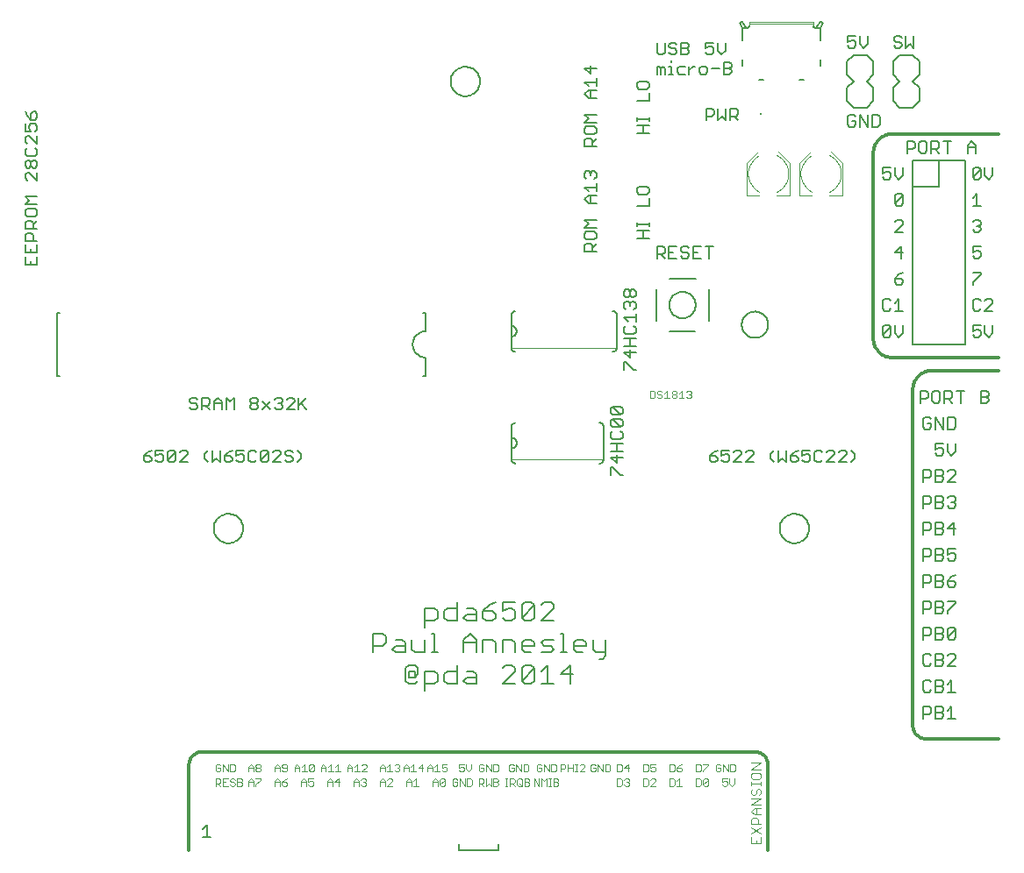
<source format=gto>
G75*
%MOIN*%
%OFA0B0*%
%FSLAX24Y24*%
%IPPOS*%
%LPD*%
%AMOC8*
5,1,8,0,0,1.08239X$1,22.5*
%
%ADD10C,0.0020*%
%ADD11C,0.0050*%
%ADD12C,0.0030*%
%ADD13C,0.0120*%
%ADD14C,0.0040*%
%ADD15C,0.0080*%
%ADD16C,0.0060*%
%ADD17R,0.0079X0.0079*%
D10*
X014076Y006124D02*
X014076Y006404D01*
X014216Y006404D01*
X014263Y006357D01*
X014263Y006264D01*
X014216Y006217D01*
X014076Y006217D01*
X014169Y006217D02*
X014263Y006124D01*
X014352Y006124D02*
X014539Y006124D01*
X014628Y006170D02*
X014675Y006124D01*
X014768Y006124D01*
X014815Y006170D01*
X014815Y006217D01*
X014768Y006264D01*
X014675Y006264D01*
X014628Y006310D01*
X014628Y006357D01*
X014675Y006404D01*
X014768Y006404D01*
X014815Y006357D01*
X014904Y006404D02*
X014904Y006124D01*
X015045Y006124D01*
X015091Y006170D01*
X015091Y006217D01*
X015045Y006264D01*
X014904Y006264D01*
X014904Y006404D02*
X015045Y006404D01*
X015091Y006357D01*
X015091Y006310D01*
X015045Y006264D01*
X015326Y006264D02*
X015513Y006264D01*
X015513Y006310D02*
X015513Y006124D01*
X015602Y006124D02*
X015602Y006170D01*
X015789Y006357D01*
X015789Y006404D01*
X015602Y006404D01*
X015513Y006310D02*
X015419Y006404D01*
X015326Y006310D01*
X015326Y006124D01*
X015326Y006674D02*
X015326Y006860D01*
X015419Y006954D01*
X015513Y006860D01*
X015513Y006674D01*
X015602Y006720D02*
X015602Y006767D01*
X015649Y006814D01*
X015742Y006814D01*
X015789Y006767D01*
X015789Y006720D01*
X015742Y006674D01*
X015649Y006674D01*
X015602Y006720D01*
X015649Y006814D02*
X015602Y006860D01*
X015602Y006907D01*
X015649Y006954D01*
X015742Y006954D01*
X015789Y006907D01*
X015789Y006860D01*
X015742Y006814D01*
X015513Y006814D02*
X015326Y006814D01*
X014815Y006720D02*
X014815Y006907D01*
X014768Y006954D01*
X014628Y006954D01*
X014628Y006674D01*
X014768Y006674D01*
X014815Y006720D01*
X014539Y006674D02*
X014539Y006954D01*
X014352Y006954D02*
X014539Y006674D01*
X014352Y006674D02*
X014352Y006954D01*
X014263Y006907D02*
X014216Y006954D01*
X014122Y006954D01*
X014076Y006907D01*
X014076Y006720D01*
X014122Y006674D01*
X014216Y006674D01*
X014263Y006720D01*
X014263Y006814D01*
X014169Y006814D01*
X014352Y006404D02*
X014352Y006124D01*
X014352Y006264D02*
X014445Y006264D01*
X014539Y006404D02*
X014352Y006404D01*
X016326Y006310D02*
X016419Y006404D01*
X016513Y006310D01*
X016513Y006124D01*
X016602Y006170D02*
X016649Y006124D01*
X016742Y006124D01*
X016789Y006170D01*
X016789Y006217D01*
X016742Y006264D01*
X016602Y006264D01*
X016602Y006170D01*
X016602Y006264D02*
X016695Y006357D01*
X016789Y006404D01*
X016742Y006674D02*
X016789Y006720D01*
X016789Y006907D01*
X016742Y006954D01*
X016649Y006954D01*
X016602Y006907D01*
X016602Y006860D01*
X016649Y006814D01*
X016789Y006814D01*
X016742Y006674D02*
X016649Y006674D01*
X016602Y006720D01*
X016513Y006674D02*
X016513Y006860D01*
X016419Y006954D01*
X016326Y006860D01*
X016326Y006674D01*
X016326Y006814D02*
X016513Y006814D01*
X016326Y006310D02*
X016326Y006124D01*
X016326Y006264D02*
X016513Y006264D01*
X017076Y006674D02*
X017076Y006860D01*
X017169Y006954D01*
X017263Y006860D01*
X017263Y006674D01*
X017352Y006674D02*
X017539Y006674D01*
X017445Y006674D02*
X017445Y006954D01*
X017352Y006860D01*
X017263Y006814D02*
X017076Y006814D01*
X017419Y006404D02*
X017513Y006310D01*
X017513Y006124D01*
X017602Y006170D02*
X017649Y006124D01*
X017742Y006124D01*
X017789Y006170D01*
X017789Y006264D01*
X017742Y006310D01*
X017695Y006310D01*
X017602Y006264D01*
X017602Y006404D01*
X017789Y006404D01*
X017768Y006674D02*
X017675Y006674D01*
X017628Y006720D01*
X017815Y006907D01*
X017815Y006720D01*
X017768Y006674D01*
X017628Y006720D02*
X017628Y006907D01*
X017675Y006954D01*
X017768Y006954D01*
X017815Y006907D01*
X018076Y006860D02*
X018076Y006674D01*
X018076Y006814D02*
X018263Y006814D01*
X018263Y006860D02*
X018263Y006674D01*
X018352Y006674D02*
X018539Y006674D01*
X018628Y006674D02*
X018815Y006674D01*
X018722Y006674D02*
X018722Y006954D01*
X018628Y006860D01*
X018445Y006954D02*
X018445Y006674D01*
X018352Y006860D02*
X018445Y006954D01*
X018263Y006860D02*
X018169Y006954D01*
X018076Y006860D01*
X018419Y006404D02*
X018513Y006310D01*
X018513Y006124D01*
X018513Y006264D02*
X018326Y006264D01*
X018326Y006310D02*
X018419Y006404D01*
X018326Y006310D02*
X018326Y006124D01*
X018602Y006264D02*
X018742Y006404D01*
X018742Y006124D01*
X018789Y006264D02*
X018602Y006264D01*
X019076Y006674D02*
X019076Y006860D01*
X019169Y006954D01*
X019263Y006860D01*
X019263Y006674D01*
X019352Y006674D02*
X019539Y006674D01*
X019628Y006674D02*
X019815Y006860D01*
X019815Y006907D01*
X019768Y006954D01*
X019675Y006954D01*
X019628Y006907D01*
X019445Y006954D02*
X019445Y006674D01*
X019628Y006674D02*
X019815Y006674D01*
X019742Y006404D02*
X019789Y006357D01*
X019789Y006310D01*
X019742Y006264D01*
X019789Y006217D01*
X019789Y006170D01*
X019742Y006124D01*
X019649Y006124D01*
X019602Y006170D01*
X019513Y006124D02*
X019513Y006310D01*
X019419Y006404D01*
X019326Y006310D01*
X019326Y006124D01*
X019326Y006264D02*
X019513Y006264D01*
X019602Y006357D02*
X019649Y006404D01*
X019742Y006404D01*
X019742Y006264D02*
X019695Y006264D01*
X020326Y006264D02*
X020513Y006264D01*
X020513Y006310D02*
X020513Y006124D01*
X020602Y006124D02*
X020789Y006310D01*
X020789Y006357D01*
X020742Y006404D01*
X020649Y006404D01*
X020602Y006357D01*
X020513Y006310D02*
X020419Y006404D01*
X020326Y006310D01*
X020326Y006124D01*
X020602Y006124D02*
X020789Y006124D01*
X021326Y006124D02*
X021326Y006310D01*
X021419Y006404D01*
X021513Y006310D01*
X021513Y006124D01*
X021602Y006124D02*
X021789Y006124D01*
X021695Y006124D02*
X021695Y006404D01*
X021602Y006310D01*
X021513Y006264D02*
X021326Y006264D01*
X021413Y006674D02*
X021413Y006860D01*
X021319Y006954D01*
X021226Y006860D01*
X021226Y006674D01*
X021226Y006814D02*
X021413Y006814D01*
X021502Y006860D02*
X021595Y006954D01*
X021595Y006674D01*
X021502Y006674D02*
X021689Y006674D01*
X021778Y006814D02*
X021965Y006814D01*
X021918Y006674D02*
X021918Y006954D01*
X021778Y006814D01*
X022126Y006814D02*
X022313Y006814D01*
X022313Y006860D02*
X022313Y006674D01*
X022402Y006674D02*
X022589Y006674D01*
X022495Y006674D02*
X022495Y006954D01*
X022402Y006860D01*
X022313Y006860D02*
X022219Y006954D01*
X022126Y006860D01*
X022126Y006674D01*
X022419Y006404D02*
X022513Y006310D01*
X022513Y006124D01*
X022602Y006170D02*
X022789Y006357D01*
X022789Y006170D01*
X022742Y006124D01*
X022649Y006124D01*
X022602Y006170D01*
X022602Y006357D01*
X022649Y006404D01*
X022742Y006404D01*
X022789Y006357D01*
X023076Y006357D02*
X023122Y006404D01*
X023216Y006404D01*
X023263Y006357D01*
X023263Y006264D02*
X023169Y006264D01*
X023263Y006264D02*
X023263Y006170D01*
X023216Y006124D01*
X023122Y006124D01*
X023076Y006170D01*
X023076Y006357D01*
X023352Y006404D02*
X023352Y006124D01*
X023539Y006124D02*
X023352Y006404D01*
X023539Y006404D02*
X023539Y006124D01*
X023628Y006124D02*
X023768Y006124D01*
X023815Y006170D01*
X023815Y006357D01*
X023768Y006404D01*
X023628Y006404D01*
X023628Y006124D01*
X024076Y006124D02*
X024076Y006404D01*
X024216Y006404D01*
X024263Y006357D01*
X024263Y006264D01*
X024216Y006217D01*
X024076Y006217D01*
X024169Y006217D02*
X024263Y006124D01*
X024352Y006124D02*
X024445Y006217D01*
X024539Y006124D01*
X024539Y006404D01*
X024628Y006404D02*
X024768Y006404D01*
X024815Y006357D01*
X024815Y006310D01*
X024768Y006264D01*
X024628Y006264D01*
X024628Y006124D02*
X024628Y006404D01*
X024768Y006264D02*
X024815Y006217D01*
X024815Y006170D01*
X024768Y006124D01*
X024628Y006124D01*
X024352Y006124D02*
X024352Y006404D01*
X024352Y006674D02*
X024352Y006954D01*
X024539Y006674D01*
X024539Y006954D01*
X024628Y006954D02*
X024768Y006954D01*
X024815Y006907D01*
X024815Y006720D01*
X024768Y006674D01*
X024628Y006674D01*
X024628Y006954D01*
X024263Y006907D02*
X024216Y006954D01*
X024122Y006954D01*
X024076Y006907D01*
X024076Y006720D01*
X024122Y006674D01*
X024216Y006674D01*
X024263Y006720D01*
X024263Y006814D01*
X024169Y006814D01*
X023789Y006767D02*
X023695Y006674D01*
X023602Y006767D01*
X023602Y006954D01*
X023513Y006954D02*
X023326Y006954D01*
X023326Y006814D01*
X023419Y006860D01*
X023466Y006860D01*
X023513Y006814D01*
X023513Y006720D01*
X023466Y006674D01*
X023372Y006674D01*
X023326Y006720D01*
X022865Y006720D02*
X022865Y006814D01*
X022818Y006860D01*
X022772Y006860D01*
X022678Y006814D01*
X022678Y006954D01*
X022865Y006954D01*
X022865Y006720D02*
X022818Y006674D01*
X022725Y006674D01*
X022678Y006720D01*
X022419Y006404D02*
X022326Y006310D01*
X022326Y006124D01*
X022326Y006264D02*
X022513Y006264D01*
X023789Y006767D02*
X023789Y006954D01*
X025076Y006404D02*
X025169Y006404D01*
X025122Y006404D02*
X025122Y006124D01*
X025076Y006124D02*
X025169Y006124D01*
X025260Y006124D02*
X025260Y006404D01*
X025400Y006404D01*
X025447Y006357D01*
X025447Y006264D01*
X025400Y006217D01*
X025260Y006217D01*
X025353Y006217D02*
X025447Y006124D01*
X025536Y006170D02*
X025583Y006124D01*
X025676Y006124D01*
X025723Y006170D01*
X025723Y006357D01*
X025676Y006404D01*
X025583Y006404D01*
X025536Y006357D01*
X025536Y006170D01*
X025630Y006217D02*
X025723Y006124D01*
X025812Y006124D02*
X025952Y006124D01*
X025999Y006170D01*
X025999Y006217D01*
X025952Y006264D01*
X025812Y006264D01*
X025812Y006124D02*
X025812Y006404D01*
X025952Y006404D01*
X025999Y006357D01*
X025999Y006310D01*
X025952Y006264D01*
X026176Y006124D02*
X026176Y006404D01*
X026363Y006124D01*
X026363Y006404D01*
X026452Y006404D02*
X026545Y006310D01*
X026639Y006404D01*
X026639Y006124D01*
X026728Y006124D02*
X026822Y006124D01*
X026775Y006124D02*
X026775Y006404D01*
X026728Y006404D02*
X026822Y006404D01*
X026912Y006404D02*
X026912Y006124D01*
X027052Y006124D01*
X027099Y006170D01*
X027099Y006217D01*
X027052Y006264D01*
X026912Y006264D01*
X026912Y006404D02*
X027052Y006404D01*
X027099Y006357D01*
X027099Y006310D01*
X027052Y006264D01*
X026968Y006674D02*
X027015Y006720D01*
X027015Y006907D01*
X026968Y006954D01*
X026828Y006954D01*
X026828Y006674D01*
X026968Y006674D01*
X027176Y006674D02*
X027176Y006954D01*
X027316Y006954D01*
X027363Y006907D01*
X027363Y006814D01*
X027316Y006767D01*
X027176Y006767D01*
X027452Y006814D02*
X027639Y006814D01*
X027639Y006954D02*
X027639Y006674D01*
X027728Y006674D02*
X027822Y006674D01*
X027775Y006674D02*
X027775Y006954D01*
X027728Y006954D02*
X027822Y006954D01*
X027912Y006907D02*
X027959Y006954D01*
X028052Y006954D01*
X028099Y006907D01*
X028099Y006860D01*
X027912Y006674D01*
X028099Y006674D01*
X028326Y006720D02*
X028326Y006907D01*
X028372Y006954D01*
X028466Y006954D01*
X028513Y006907D01*
X028513Y006814D02*
X028419Y006814D01*
X028513Y006814D02*
X028513Y006720D01*
X028466Y006674D01*
X028372Y006674D01*
X028326Y006720D01*
X028602Y006674D02*
X028602Y006954D01*
X028789Y006674D01*
X028789Y006954D01*
X028878Y006954D02*
X029018Y006954D01*
X029065Y006907D01*
X029065Y006720D01*
X029018Y006674D01*
X028878Y006674D01*
X028878Y006954D01*
X029326Y006954D02*
X029326Y006674D01*
X029466Y006674D01*
X029513Y006720D01*
X029513Y006907D01*
X029466Y006954D01*
X029326Y006954D01*
X029602Y006814D02*
X029789Y006814D01*
X029742Y006674D02*
X029742Y006954D01*
X029602Y006814D01*
X029649Y006404D02*
X029742Y006404D01*
X029789Y006357D01*
X029789Y006310D01*
X029742Y006264D01*
X029789Y006217D01*
X029789Y006170D01*
X029742Y006124D01*
X029649Y006124D01*
X029602Y006170D01*
X029513Y006170D02*
X029513Y006357D01*
X029466Y006404D01*
X029326Y006404D01*
X029326Y006124D01*
X029466Y006124D01*
X029513Y006170D01*
X029695Y006264D02*
X029742Y006264D01*
X029602Y006357D02*
X029649Y006404D01*
X030326Y006404D02*
X030326Y006124D01*
X030466Y006124D01*
X030513Y006170D01*
X030513Y006357D01*
X030466Y006404D01*
X030326Y006404D01*
X030326Y006674D02*
X030466Y006674D01*
X030513Y006720D01*
X030513Y006907D01*
X030466Y006954D01*
X030326Y006954D01*
X030326Y006674D01*
X030602Y006720D02*
X030649Y006674D01*
X030742Y006674D01*
X030789Y006720D01*
X030789Y006814D01*
X030742Y006860D01*
X030695Y006860D01*
X030602Y006814D01*
X030602Y006954D01*
X030789Y006954D01*
X031326Y006954D02*
X031326Y006674D01*
X031466Y006674D01*
X031513Y006720D01*
X031513Y006907D01*
X031466Y006954D01*
X031326Y006954D01*
X031602Y006814D02*
X031742Y006814D01*
X031789Y006767D01*
X031789Y006720D01*
X031742Y006674D01*
X031649Y006674D01*
X031602Y006720D01*
X031602Y006814D01*
X031695Y006907D01*
X031789Y006954D01*
X032326Y006954D02*
X032326Y006674D01*
X032466Y006674D01*
X032513Y006720D01*
X032513Y006907D01*
X032466Y006954D01*
X032326Y006954D01*
X032602Y006954D02*
X032789Y006954D01*
X032789Y006907D01*
X032602Y006720D01*
X032602Y006674D01*
X032649Y006404D02*
X032742Y006404D01*
X032789Y006357D01*
X032602Y006170D01*
X032649Y006124D01*
X032742Y006124D01*
X032789Y006170D01*
X032789Y006357D01*
X032649Y006404D02*
X032602Y006357D01*
X032602Y006170D01*
X032513Y006170D02*
X032513Y006357D01*
X032466Y006404D01*
X032326Y006404D01*
X032326Y006124D01*
X032466Y006124D01*
X032513Y006170D01*
X031789Y006124D02*
X031602Y006124D01*
X031695Y006124D02*
X031695Y006404D01*
X031602Y006310D01*
X031513Y006357D02*
X031466Y006404D01*
X031326Y006404D01*
X031326Y006124D01*
X031466Y006124D01*
X031513Y006170D01*
X031513Y006357D01*
X030789Y006357D02*
X030742Y006404D01*
X030649Y006404D01*
X030602Y006357D01*
X030789Y006357D02*
X030789Y006310D01*
X030602Y006124D01*
X030789Y006124D01*
X033076Y006720D02*
X033122Y006674D01*
X033216Y006674D01*
X033263Y006720D01*
X033263Y006814D01*
X033169Y006814D01*
X033076Y006907D02*
X033076Y006720D01*
X033076Y006907D02*
X033122Y006954D01*
X033216Y006954D01*
X033263Y006907D01*
X033352Y006954D02*
X033539Y006674D01*
X033539Y006954D01*
X033628Y006954D02*
X033768Y006954D01*
X033815Y006907D01*
X033815Y006720D01*
X033768Y006674D01*
X033628Y006674D01*
X033628Y006954D01*
X033352Y006954D02*
X033352Y006674D01*
X033326Y006404D02*
X033326Y006264D01*
X033419Y006310D01*
X033466Y006310D01*
X033513Y006264D01*
X033513Y006170D01*
X033466Y006124D01*
X033372Y006124D01*
X033326Y006170D01*
X033326Y006404D02*
X033513Y006404D01*
X033602Y006404D02*
X033602Y006217D01*
X033695Y006124D01*
X033789Y006217D01*
X033789Y006404D01*
X027452Y006674D02*
X027452Y006954D01*
X026739Y006954D02*
X026739Y006674D01*
X026552Y006954D01*
X026552Y006674D01*
X026463Y006720D02*
X026463Y006814D01*
X026369Y006814D01*
X026276Y006907D02*
X026276Y006720D01*
X026322Y006674D01*
X026416Y006674D01*
X026463Y006720D01*
X026463Y006907D02*
X026416Y006954D01*
X026322Y006954D01*
X026276Y006907D01*
X025965Y006907D02*
X025918Y006954D01*
X025778Y006954D01*
X025778Y006674D01*
X025918Y006674D01*
X025965Y006720D01*
X025965Y006907D01*
X025689Y006954D02*
X025689Y006674D01*
X025502Y006954D01*
X025502Y006674D01*
X025413Y006720D02*
X025413Y006814D01*
X025319Y006814D01*
X025226Y006907D02*
X025226Y006720D01*
X025272Y006674D01*
X025366Y006674D01*
X025413Y006720D01*
X025413Y006907D02*
X025366Y006954D01*
X025272Y006954D01*
X025226Y006907D01*
X026452Y006404D02*
X026452Y006124D01*
X021065Y006720D02*
X021018Y006674D01*
X020925Y006674D01*
X020878Y006720D01*
X020789Y006674D02*
X020602Y006674D01*
X020513Y006674D02*
X020513Y006860D01*
X020419Y006954D01*
X020326Y006860D01*
X020326Y006674D01*
X020326Y006814D02*
X020513Y006814D01*
X020602Y006860D02*
X020695Y006954D01*
X020695Y006674D01*
X020878Y006907D02*
X020925Y006954D01*
X021018Y006954D01*
X021065Y006907D01*
X021065Y006860D01*
X021018Y006814D01*
X021065Y006767D01*
X021065Y006720D01*
X021018Y006814D02*
X020972Y006814D01*
X019445Y006954D02*
X019352Y006860D01*
X019263Y006814D02*
X019076Y006814D01*
X017513Y006264D02*
X017326Y006264D01*
X017326Y006310D02*
X017419Y006404D01*
X017326Y006310D02*
X017326Y006124D01*
X025316Y018534D02*
X028816Y018534D01*
X029316Y022784D02*
X025316Y022784D01*
D11*
X029090Y020466D02*
X029165Y020541D01*
X029466Y020241D01*
X029541Y020316D01*
X029541Y020466D01*
X029466Y020541D01*
X029165Y020541D01*
X029090Y020466D02*
X029090Y020316D01*
X029165Y020241D01*
X029466Y020241D01*
X029466Y020080D02*
X029541Y020005D01*
X029541Y019855D01*
X029466Y019780D01*
X029165Y020080D01*
X029466Y020080D01*
X029466Y019780D02*
X029165Y019780D01*
X029090Y019855D01*
X029090Y020005D01*
X029165Y020080D01*
X029165Y019620D02*
X029090Y019545D01*
X029090Y019395D01*
X029165Y019320D01*
X029466Y019320D01*
X029541Y019395D01*
X029541Y019545D01*
X029466Y019620D01*
X029541Y019160D02*
X029090Y019160D01*
X029316Y019160D02*
X029316Y018859D01*
X029316Y018699D02*
X029316Y018399D01*
X029090Y018624D01*
X029541Y018624D01*
X029541Y018859D02*
X029090Y018859D01*
X029090Y018239D02*
X029165Y018239D01*
X029466Y017939D01*
X029541Y017939D01*
X029090Y017939D02*
X029090Y018239D01*
X032841Y018514D02*
X032916Y018439D01*
X033066Y018439D01*
X033141Y018514D01*
X033141Y018589D01*
X033066Y018664D01*
X032841Y018664D01*
X032841Y018514D01*
X032841Y018664D02*
X032991Y018814D01*
X033141Y018889D01*
X033301Y018889D02*
X033301Y018664D01*
X033451Y018739D01*
X033526Y018739D01*
X033601Y018664D01*
X033601Y018514D01*
X033526Y018439D01*
X033376Y018439D01*
X033301Y018514D01*
X033301Y018889D02*
X033601Y018889D01*
X033762Y018814D02*
X033837Y018889D01*
X033987Y018889D01*
X034062Y018814D01*
X034062Y018739D01*
X033762Y018439D01*
X034062Y018439D01*
X034222Y018439D02*
X034522Y018739D01*
X034522Y018814D01*
X034447Y018889D01*
X034297Y018889D01*
X034222Y018814D01*
X034222Y018439D02*
X034522Y018439D01*
X035143Y018589D02*
X035143Y018739D01*
X035293Y018889D01*
X035450Y018889D02*
X035450Y018439D01*
X035600Y018589D01*
X035750Y018439D01*
X035750Y018889D01*
X035910Y018664D02*
X036060Y018814D01*
X036210Y018889D01*
X036370Y018889D02*
X036370Y018664D01*
X036521Y018739D01*
X036596Y018739D01*
X036671Y018664D01*
X036671Y018514D01*
X036596Y018439D01*
X036445Y018439D01*
X036370Y018514D01*
X036210Y018514D02*
X036210Y018589D01*
X036135Y018664D01*
X035910Y018664D01*
X035910Y018514D01*
X035985Y018439D01*
X036135Y018439D01*
X036210Y018514D01*
X036370Y018889D02*
X036671Y018889D01*
X036831Y018814D02*
X036831Y018514D01*
X036906Y018439D01*
X037056Y018439D01*
X037131Y018514D01*
X037291Y018439D02*
X037591Y018739D01*
X037591Y018814D01*
X037516Y018889D01*
X037366Y018889D01*
X037291Y018814D01*
X037131Y018814D02*
X037056Y018889D01*
X036906Y018889D01*
X036831Y018814D01*
X037291Y018439D02*
X037591Y018439D01*
X037752Y018439D02*
X038052Y018739D01*
X038052Y018814D01*
X037977Y018889D01*
X037827Y018889D01*
X037752Y018814D01*
X037752Y018439D02*
X038052Y018439D01*
X038212Y018439D02*
X038362Y018589D01*
X038362Y018739D01*
X038212Y018889D01*
X040960Y018139D02*
X040960Y017689D01*
X040960Y017839D02*
X041185Y017839D01*
X041260Y017914D01*
X041260Y018064D01*
X041185Y018139D01*
X040960Y018139D01*
X041420Y018139D02*
X041420Y017689D01*
X041645Y017689D01*
X041720Y017764D01*
X041720Y017839D01*
X041645Y017914D01*
X041420Y017914D01*
X041420Y018139D02*
X041645Y018139D01*
X041720Y018064D01*
X041720Y017989D01*
X041645Y017914D01*
X041880Y018064D02*
X041955Y018139D01*
X042106Y018139D01*
X042181Y018064D01*
X042181Y017989D01*
X041880Y017689D01*
X042181Y017689D01*
X042106Y017139D02*
X042181Y017064D01*
X042181Y016989D01*
X042106Y016914D01*
X042181Y016839D01*
X042181Y016764D01*
X042106Y016689D01*
X041955Y016689D01*
X041880Y016764D01*
X041720Y016764D02*
X041645Y016689D01*
X041420Y016689D01*
X041420Y017139D01*
X041645Y017139D01*
X041720Y017064D01*
X041720Y016989D01*
X041645Y016914D01*
X041420Y016914D01*
X041260Y016914D02*
X041185Y016839D01*
X040960Y016839D01*
X040960Y016689D02*
X040960Y017139D01*
X041185Y017139D01*
X041260Y017064D01*
X041260Y016914D01*
X041645Y016914D02*
X041720Y016839D01*
X041720Y016764D01*
X041880Y017064D02*
X041955Y017139D01*
X042106Y017139D01*
X042106Y016914D02*
X042030Y016914D01*
X042106Y016139D02*
X041880Y015914D01*
X042181Y015914D01*
X042106Y015689D02*
X042106Y016139D01*
X041720Y016064D02*
X041720Y015989D01*
X041645Y015914D01*
X041420Y015914D01*
X041260Y015914D02*
X041185Y015839D01*
X040960Y015839D01*
X040960Y015689D02*
X040960Y016139D01*
X041185Y016139D01*
X041260Y016064D01*
X041260Y015914D01*
X041420Y015689D02*
X041420Y016139D01*
X041645Y016139D01*
X041720Y016064D01*
X041645Y015914D02*
X041720Y015839D01*
X041720Y015764D01*
X041645Y015689D01*
X041420Y015689D01*
X041420Y015139D02*
X041645Y015139D01*
X041720Y015064D01*
X041720Y014989D01*
X041645Y014914D01*
X041420Y014914D01*
X041260Y014914D02*
X041185Y014839D01*
X040960Y014839D01*
X040960Y014689D02*
X040960Y015139D01*
X041185Y015139D01*
X041260Y015064D01*
X041260Y014914D01*
X041420Y014689D02*
X041420Y015139D01*
X041645Y014914D02*
X041720Y014839D01*
X041720Y014764D01*
X041645Y014689D01*
X041420Y014689D01*
X041880Y014764D02*
X041955Y014689D01*
X042106Y014689D01*
X042181Y014764D01*
X042181Y014914D01*
X042106Y014989D01*
X042030Y014989D01*
X041880Y014914D01*
X041880Y015139D01*
X042181Y015139D01*
X042181Y014139D02*
X042030Y014064D01*
X041880Y013914D01*
X042106Y013914D01*
X042181Y013839D01*
X042181Y013764D01*
X042106Y013689D01*
X041955Y013689D01*
X041880Y013764D01*
X041880Y013914D01*
X041720Y013989D02*
X041645Y013914D01*
X041420Y013914D01*
X041260Y013914D02*
X041185Y013839D01*
X040960Y013839D01*
X040960Y013689D02*
X040960Y014139D01*
X041185Y014139D01*
X041260Y014064D01*
X041260Y013914D01*
X041420Y014139D02*
X041645Y014139D01*
X041720Y014064D01*
X041720Y013989D01*
X041645Y013914D02*
X041720Y013839D01*
X041720Y013764D01*
X041645Y013689D01*
X041420Y013689D01*
X041420Y014139D01*
X041420Y013139D02*
X041645Y013139D01*
X041720Y013064D01*
X041720Y012989D01*
X041645Y012914D01*
X041420Y012914D01*
X041260Y012914D02*
X041185Y012839D01*
X040960Y012839D01*
X040960Y012689D02*
X040960Y013139D01*
X041185Y013139D01*
X041260Y013064D01*
X041260Y012914D01*
X041420Y012689D02*
X041420Y013139D01*
X041645Y012914D02*
X041720Y012839D01*
X041720Y012764D01*
X041645Y012689D01*
X041420Y012689D01*
X041880Y012689D02*
X041880Y012764D01*
X042181Y013064D01*
X042181Y013139D01*
X041880Y013139D01*
X041955Y012139D02*
X041880Y012064D01*
X041880Y011764D01*
X042181Y012064D01*
X042181Y011764D01*
X042106Y011689D01*
X041955Y011689D01*
X041880Y011764D01*
X041720Y011764D02*
X041645Y011689D01*
X041420Y011689D01*
X041420Y012139D01*
X041645Y012139D01*
X041720Y012064D01*
X041720Y011989D01*
X041645Y011914D01*
X041420Y011914D01*
X041260Y011914D02*
X041185Y011839D01*
X040960Y011839D01*
X040960Y011689D02*
X040960Y012139D01*
X041185Y012139D01*
X041260Y012064D01*
X041260Y011914D01*
X041645Y011914D02*
X041720Y011839D01*
X041720Y011764D01*
X041955Y012139D02*
X042106Y012139D01*
X042181Y012064D01*
X042106Y011139D02*
X041955Y011139D01*
X041880Y011064D01*
X041720Y011064D02*
X041720Y010989D01*
X041645Y010914D01*
X041420Y010914D01*
X041260Y011064D02*
X041185Y011139D01*
X041035Y011139D01*
X040960Y011064D01*
X040960Y010764D01*
X041035Y010689D01*
X041185Y010689D01*
X041260Y010764D01*
X041420Y010689D02*
X041645Y010689D01*
X041720Y010764D01*
X041720Y010839D01*
X041645Y010914D01*
X041720Y011064D02*
X041645Y011139D01*
X041420Y011139D01*
X041420Y010689D01*
X041880Y010689D02*
X042181Y010989D01*
X042181Y011064D01*
X042106Y011139D01*
X042181Y010689D02*
X041880Y010689D01*
X042030Y010139D02*
X042030Y009689D01*
X041880Y009689D02*
X042181Y009689D01*
X041880Y009989D02*
X042030Y010139D01*
X041720Y010064D02*
X041720Y009989D01*
X041645Y009914D01*
X041420Y009914D01*
X041260Y010064D02*
X041185Y010139D01*
X041035Y010139D01*
X040960Y010064D01*
X040960Y009764D01*
X041035Y009689D01*
X041185Y009689D01*
X041260Y009764D01*
X041420Y009689D02*
X041645Y009689D01*
X041720Y009764D01*
X041720Y009839D01*
X041645Y009914D01*
X041720Y010064D02*
X041645Y010139D01*
X041420Y010139D01*
X041420Y009689D01*
X041420Y009139D02*
X041645Y009139D01*
X041720Y009064D01*
X041720Y008989D01*
X041645Y008914D01*
X041420Y008914D01*
X041260Y008914D02*
X041185Y008839D01*
X040960Y008839D01*
X040960Y008689D02*
X040960Y009139D01*
X041185Y009139D01*
X041260Y009064D01*
X041260Y008914D01*
X041420Y008689D02*
X041420Y009139D01*
X041645Y008914D02*
X041720Y008839D01*
X041720Y008764D01*
X041645Y008689D01*
X041420Y008689D01*
X041880Y008689D02*
X042181Y008689D01*
X042030Y008689D02*
X042030Y009139D01*
X041880Y008989D01*
X035507Y015914D02*
X035509Y015961D01*
X035515Y016007D01*
X035525Y016053D01*
X035538Y016098D01*
X035555Y016141D01*
X035576Y016183D01*
X035600Y016223D01*
X035628Y016261D01*
X035659Y016297D01*
X035692Y016329D01*
X035728Y016359D01*
X035766Y016386D01*
X035807Y016409D01*
X035849Y016429D01*
X035893Y016446D01*
X035938Y016458D01*
X035984Y016467D01*
X036031Y016472D01*
X036078Y016473D01*
X036124Y016470D01*
X036171Y016463D01*
X036216Y016452D01*
X036261Y016438D01*
X036304Y016420D01*
X036345Y016398D01*
X036385Y016373D01*
X036422Y016345D01*
X036457Y016313D01*
X036489Y016279D01*
X036518Y016243D01*
X036544Y016204D01*
X036567Y016163D01*
X036586Y016120D01*
X036601Y016076D01*
X036613Y016030D01*
X036621Y015984D01*
X036625Y015937D01*
X036625Y015891D01*
X036621Y015844D01*
X036613Y015798D01*
X036601Y015752D01*
X036586Y015708D01*
X036567Y015665D01*
X036544Y015624D01*
X036518Y015585D01*
X036489Y015549D01*
X036457Y015515D01*
X036422Y015483D01*
X036385Y015455D01*
X036346Y015430D01*
X036304Y015408D01*
X036261Y015390D01*
X036216Y015376D01*
X036171Y015365D01*
X036124Y015358D01*
X036078Y015355D01*
X036031Y015356D01*
X035984Y015361D01*
X035938Y015370D01*
X035893Y015382D01*
X035849Y015399D01*
X035807Y015419D01*
X035766Y015442D01*
X035728Y015469D01*
X035692Y015499D01*
X035659Y015531D01*
X035628Y015567D01*
X035600Y015605D01*
X035576Y015645D01*
X035555Y015687D01*
X035538Y015730D01*
X035525Y015775D01*
X035515Y015821D01*
X035509Y015867D01*
X035507Y015914D01*
X035293Y018439D02*
X035143Y018589D01*
X040960Y019764D02*
X041035Y019689D01*
X041185Y019689D01*
X041260Y019764D01*
X041260Y019914D01*
X041110Y019914D01*
X041260Y020064D02*
X041185Y020139D01*
X041035Y020139D01*
X040960Y020064D01*
X040960Y019764D01*
X041420Y019689D02*
X041420Y020139D01*
X041720Y019689D01*
X041720Y020139D01*
X041880Y020139D02*
X042106Y020139D01*
X042181Y020064D01*
X042181Y019764D01*
X042106Y019689D01*
X041880Y019689D01*
X041880Y020139D01*
X041762Y020689D02*
X041762Y021139D01*
X041987Y021139D01*
X042062Y021064D01*
X042062Y020914D01*
X041987Y020839D01*
X041762Y020839D01*
X041912Y020839D02*
X042062Y020689D01*
X042372Y020689D02*
X042372Y021139D01*
X042222Y021139D02*
X042522Y021139D01*
X043143Y021139D02*
X043143Y020689D01*
X043368Y020689D01*
X043443Y020764D01*
X043443Y020839D01*
X043368Y020914D01*
X043143Y020914D01*
X043368Y020914D02*
X043443Y020989D01*
X043443Y021064D01*
X043368Y021139D01*
X043143Y021139D01*
X041601Y021064D02*
X041601Y020764D01*
X041526Y020689D01*
X041376Y020689D01*
X041301Y020764D01*
X041301Y021064D01*
X041376Y021139D01*
X041526Y021139D01*
X041601Y021064D01*
X041141Y021064D02*
X041141Y020914D01*
X041066Y020839D01*
X040841Y020839D01*
X040841Y020689D02*
X040841Y021139D01*
X041066Y021139D01*
X041141Y021064D01*
X041420Y019139D02*
X041420Y018914D01*
X041570Y018989D01*
X041645Y018989D01*
X041720Y018914D01*
X041720Y018764D01*
X041645Y018689D01*
X041495Y018689D01*
X041420Y018764D01*
X041420Y019139D02*
X041720Y019139D01*
X041880Y019139D02*
X041880Y018839D01*
X042030Y018689D01*
X042181Y018839D01*
X042181Y019139D01*
X042916Y023189D02*
X042841Y023264D01*
X042916Y023189D02*
X043066Y023189D01*
X043141Y023264D01*
X043141Y023414D01*
X043066Y023489D01*
X042991Y023489D01*
X042841Y023414D01*
X042841Y023639D01*
X043141Y023639D01*
X043301Y023639D02*
X043301Y023339D01*
X043451Y023189D01*
X043601Y023339D01*
X043601Y023639D01*
X043601Y024189D02*
X043301Y024189D01*
X043601Y024489D01*
X043601Y024564D01*
X043526Y024639D01*
X043376Y024639D01*
X043301Y024564D01*
X043141Y024564D02*
X043066Y024639D01*
X042916Y024639D01*
X042841Y024564D01*
X042841Y024264D01*
X042916Y024189D01*
X043066Y024189D01*
X043141Y024264D01*
X042841Y025189D02*
X042841Y025264D01*
X043141Y025564D01*
X043141Y025639D01*
X042841Y025639D01*
X042916Y026189D02*
X042841Y026264D01*
X042916Y026189D02*
X043066Y026189D01*
X043141Y026264D01*
X043141Y026414D01*
X043066Y026489D01*
X042991Y026489D01*
X042841Y026414D01*
X042841Y026639D01*
X043141Y026639D01*
X043066Y027189D02*
X042916Y027189D01*
X042841Y027264D01*
X042991Y027414D02*
X043066Y027414D01*
X043141Y027339D01*
X043141Y027264D01*
X043066Y027189D01*
X043066Y027414D02*
X043141Y027489D01*
X043141Y027564D01*
X043066Y027639D01*
X042916Y027639D01*
X042841Y027564D01*
X042841Y028189D02*
X043141Y028189D01*
X042991Y028189D02*
X042991Y028639D01*
X042841Y028489D01*
X042916Y029189D02*
X042841Y029264D01*
X043141Y029564D01*
X043141Y029264D01*
X043066Y029189D01*
X042916Y029189D01*
X042841Y029264D02*
X042841Y029564D01*
X042916Y029639D01*
X043066Y029639D01*
X043141Y029564D01*
X043301Y029639D02*
X043301Y029339D01*
X043451Y029189D01*
X043601Y029339D01*
X043601Y029639D01*
X042943Y030189D02*
X042943Y030489D01*
X042793Y030639D01*
X042643Y030489D01*
X042643Y030189D01*
X042643Y030414D02*
X042943Y030414D01*
X042022Y030639D02*
X041722Y030639D01*
X041872Y030639D02*
X041872Y030189D01*
X041562Y030189D02*
X041412Y030339D01*
X041487Y030339D02*
X041262Y030339D01*
X041262Y030189D02*
X041262Y030639D01*
X041487Y030639D01*
X041562Y030564D01*
X041562Y030414D01*
X041487Y030339D01*
X041101Y030264D02*
X041101Y030564D01*
X041026Y030639D01*
X040876Y030639D01*
X040801Y030564D01*
X040801Y030264D01*
X040876Y030189D01*
X041026Y030189D01*
X041101Y030264D01*
X040641Y030414D02*
X040566Y030339D01*
X040341Y030339D01*
X040341Y030189D02*
X040341Y030639D01*
X040566Y030639D01*
X040641Y030564D01*
X040641Y030414D01*
X040181Y029639D02*
X040181Y029339D01*
X040030Y029189D01*
X039880Y029339D01*
X039880Y029639D01*
X039720Y029639D02*
X039420Y029639D01*
X039420Y029414D01*
X039570Y029489D01*
X039645Y029489D01*
X039720Y029414D01*
X039720Y029264D01*
X039645Y029189D01*
X039495Y029189D01*
X039420Y029264D01*
X039955Y028639D02*
X040106Y028639D01*
X040181Y028564D01*
X039880Y028264D01*
X039955Y028189D01*
X040106Y028189D01*
X040181Y028264D01*
X040181Y028564D01*
X039955Y028639D02*
X039880Y028564D01*
X039880Y028264D01*
X039955Y027639D02*
X039880Y027564D01*
X039955Y027639D02*
X040106Y027639D01*
X040181Y027564D01*
X040181Y027489D01*
X039880Y027189D01*
X040181Y027189D01*
X040106Y026639D02*
X039880Y026414D01*
X040181Y026414D01*
X040106Y026189D02*
X040106Y026639D01*
X040181Y025639D02*
X040030Y025564D01*
X039880Y025414D01*
X040106Y025414D01*
X040181Y025339D01*
X040181Y025264D01*
X040106Y025189D01*
X039955Y025189D01*
X039880Y025264D01*
X039880Y025414D01*
X040030Y024639D02*
X039880Y024489D01*
X039720Y024564D02*
X039645Y024639D01*
X039495Y024639D01*
X039420Y024564D01*
X039420Y024264D01*
X039495Y024189D01*
X039645Y024189D01*
X039720Y024264D01*
X039880Y024189D02*
X040181Y024189D01*
X040030Y024189D02*
X040030Y024639D01*
X039880Y023639D02*
X039880Y023339D01*
X040030Y023189D01*
X040181Y023339D01*
X040181Y023639D01*
X039720Y023564D02*
X039420Y023264D01*
X039495Y023189D01*
X039645Y023189D01*
X039720Y023264D01*
X039720Y023564D01*
X039645Y023639D01*
X039495Y023639D01*
X039420Y023564D01*
X039420Y023264D01*
X034066Y023664D02*
X034068Y023708D01*
X034074Y023752D01*
X034084Y023795D01*
X034097Y023837D01*
X034114Y023878D01*
X034135Y023917D01*
X034159Y023954D01*
X034186Y023989D01*
X034216Y024021D01*
X034249Y024051D01*
X034285Y024077D01*
X034322Y024101D01*
X034362Y024120D01*
X034403Y024137D01*
X034446Y024149D01*
X034489Y024158D01*
X034533Y024163D01*
X034577Y024164D01*
X034621Y024161D01*
X034665Y024154D01*
X034708Y024143D01*
X034750Y024129D01*
X034790Y024111D01*
X034829Y024089D01*
X034865Y024065D01*
X034899Y024037D01*
X034931Y024006D01*
X034960Y023972D01*
X034986Y023936D01*
X035008Y023898D01*
X035027Y023858D01*
X035042Y023816D01*
X035054Y023774D01*
X035062Y023730D01*
X035066Y023686D01*
X035066Y023642D01*
X035062Y023598D01*
X035054Y023554D01*
X035042Y023512D01*
X035027Y023470D01*
X035008Y023430D01*
X034986Y023392D01*
X034960Y023356D01*
X034931Y023322D01*
X034899Y023291D01*
X034865Y023263D01*
X034829Y023239D01*
X034790Y023217D01*
X034750Y023199D01*
X034708Y023185D01*
X034665Y023174D01*
X034621Y023167D01*
X034577Y023164D01*
X034533Y023165D01*
X034489Y023170D01*
X034446Y023179D01*
X034403Y023191D01*
X034362Y023208D01*
X034322Y023227D01*
X034285Y023251D01*
X034249Y023277D01*
X034216Y023307D01*
X034186Y023339D01*
X034159Y023374D01*
X034135Y023411D01*
X034114Y023450D01*
X034097Y023491D01*
X034084Y023533D01*
X034074Y023576D01*
X034068Y023620D01*
X034066Y023664D01*
X032832Y026189D02*
X032832Y026639D01*
X032682Y026639D02*
X032983Y026639D01*
X032522Y026639D02*
X032222Y026639D01*
X032222Y026189D01*
X032522Y026189D01*
X032372Y026414D02*
X032222Y026414D01*
X032062Y026339D02*
X032062Y026264D01*
X031987Y026189D01*
X031837Y026189D01*
X031762Y026264D01*
X031837Y026414D02*
X031987Y026414D01*
X032062Y026339D01*
X032062Y026564D02*
X031987Y026639D01*
X031837Y026639D01*
X031762Y026564D01*
X031762Y026489D01*
X031837Y026414D01*
X031601Y026639D02*
X031301Y026639D01*
X031301Y026189D01*
X031601Y026189D01*
X031451Y026414D02*
X031301Y026414D01*
X031141Y026414D02*
X031066Y026339D01*
X030841Y026339D01*
X030991Y026339D02*
X031141Y026189D01*
X031141Y026414D02*
X031141Y026564D01*
X031066Y026639D01*
X030841Y026639D01*
X030841Y026189D01*
X030541Y026939D02*
X030090Y026939D01*
X030316Y026939D02*
X030316Y027239D01*
X030541Y027239D02*
X030090Y027239D01*
X030090Y027399D02*
X030090Y027549D01*
X030090Y027474D02*
X030541Y027474D01*
X030541Y027399D02*
X030541Y027549D01*
X030541Y028166D02*
X030090Y028166D01*
X030541Y028166D02*
X030541Y028467D01*
X030466Y028627D02*
X030165Y028627D01*
X030090Y028702D01*
X030090Y028852D01*
X030165Y028927D01*
X030466Y028927D01*
X030541Y028852D01*
X030541Y028702D01*
X030466Y028627D01*
X028541Y028580D02*
X028240Y028580D01*
X028090Y028430D01*
X028240Y028280D01*
X028541Y028280D01*
X028316Y028280D02*
X028316Y028580D01*
X028240Y028741D02*
X028090Y028891D01*
X028541Y028891D01*
X028541Y028741D02*
X028541Y029041D01*
X028466Y029201D02*
X028541Y029276D01*
X028541Y029426D01*
X028466Y029501D01*
X028391Y029501D01*
X028316Y029426D01*
X028316Y029351D01*
X028316Y029426D02*
X028240Y029501D01*
X028165Y029501D01*
X028090Y029426D01*
X028090Y029276D01*
X028165Y029201D01*
X028090Y030439D02*
X028090Y030664D01*
X028165Y030739D01*
X028316Y030739D01*
X028391Y030664D01*
X028391Y030439D01*
X028541Y030439D02*
X028090Y030439D01*
X028391Y030589D02*
X028541Y030739D01*
X028466Y030899D02*
X028165Y030899D01*
X028090Y030974D01*
X028090Y031124D01*
X028165Y031199D01*
X028466Y031199D01*
X028541Y031124D01*
X028541Y030974D01*
X028466Y030899D01*
X028541Y031359D02*
X028090Y031359D01*
X028240Y031510D01*
X028090Y031660D01*
X028541Y031660D01*
X028541Y032280D02*
X028240Y032280D01*
X028090Y032430D01*
X028240Y032580D01*
X028541Y032580D01*
X028541Y032741D02*
X028541Y033041D01*
X028541Y032891D02*
X028090Y032891D01*
X028240Y032741D01*
X028316Y032580D02*
X028316Y032280D01*
X028316Y033201D02*
X028316Y033501D01*
X028541Y033426D02*
X028090Y033426D01*
X028316Y033201D01*
X030090Y032852D02*
X030165Y032927D01*
X030466Y032927D01*
X030541Y032852D01*
X030541Y032702D01*
X030466Y032627D01*
X030165Y032627D01*
X030090Y032702D01*
X030090Y032852D01*
X030541Y032467D02*
X030541Y032166D01*
X030090Y032166D01*
X030090Y031549D02*
X030090Y031399D01*
X030090Y031474D02*
X030541Y031474D01*
X030541Y031399D02*
X030541Y031549D01*
X030541Y031239D02*
X030090Y031239D01*
X030316Y031239D02*
X030316Y030939D01*
X030541Y030939D02*
X030090Y030939D01*
X030841Y033189D02*
X030841Y033489D01*
X030916Y033489D01*
X030991Y033414D01*
X031066Y033489D01*
X031141Y033414D01*
X031141Y033189D01*
X030991Y033189D02*
X030991Y033414D01*
X031301Y033489D02*
X031376Y033489D01*
X031376Y033189D01*
X031301Y033189D02*
X031451Y033189D01*
X031608Y033264D02*
X031683Y033189D01*
X031908Y033189D01*
X032068Y033189D02*
X032068Y033489D01*
X032068Y033339D02*
X032219Y033489D01*
X032294Y033489D01*
X032452Y033414D02*
X032452Y033264D01*
X032527Y033189D01*
X032677Y033189D01*
X032752Y033264D01*
X032752Y033414D01*
X032677Y033489D01*
X032527Y033489D01*
X032452Y033414D01*
X032913Y033414D02*
X033213Y033414D01*
X033373Y033414D02*
X033598Y033414D01*
X033673Y033339D01*
X033673Y033264D01*
X033598Y033189D01*
X033373Y033189D01*
X033373Y033639D01*
X033598Y033639D01*
X033673Y033564D01*
X033673Y033489D01*
X033598Y033414D01*
X033293Y033939D02*
X033143Y034089D01*
X033143Y034389D01*
X032983Y034389D02*
X032682Y034389D01*
X032682Y034164D01*
X032832Y034239D01*
X032908Y034239D01*
X032983Y034164D01*
X032983Y034014D01*
X032908Y033939D01*
X032757Y033939D01*
X032682Y034014D01*
X033293Y033939D02*
X033443Y034089D01*
X033443Y034389D01*
X032062Y034314D02*
X032062Y034239D01*
X031987Y034164D01*
X031762Y034164D01*
X031601Y034089D02*
X031601Y034014D01*
X031526Y033939D01*
X031376Y033939D01*
X031301Y034014D01*
X031141Y034014D02*
X031141Y034389D01*
X031301Y034314D02*
X031301Y034239D01*
X031376Y034164D01*
X031526Y034164D01*
X031601Y034089D01*
X031762Y033939D02*
X031762Y034389D01*
X031987Y034389D01*
X032062Y034314D01*
X031987Y034164D02*
X032062Y034089D01*
X032062Y034014D01*
X031987Y033939D01*
X031762Y033939D01*
X031601Y034314D02*
X031526Y034389D01*
X031376Y034389D01*
X031301Y034314D01*
X031141Y034014D02*
X031066Y033939D01*
X030916Y033939D01*
X030841Y034014D01*
X030841Y034389D01*
X031376Y033714D02*
X031376Y033639D01*
X031608Y033414D02*
X031608Y033264D01*
X031608Y033414D02*
X031683Y033489D01*
X031908Y033489D01*
X032710Y031889D02*
X032935Y031889D01*
X033010Y031814D01*
X033010Y031664D01*
X032935Y031589D01*
X032710Y031589D01*
X032710Y031439D02*
X032710Y031889D01*
X033170Y031889D02*
X033170Y031439D01*
X033320Y031589D01*
X033470Y031439D01*
X033470Y031889D01*
X033630Y031889D02*
X033856Y031889D01*
X033931Y031814D01*
X033931Y031664D01*
X033856Y031589D01*
X033630Y031589D01*
X033630Y031439D02*
X033630Y031889D01*
X033780Y031589D02*
X033931Y031439D01*
X038091Y031564D02*
X038091Y031264D01*
X038166Y031189D01*
X038316Y031189D01*
X038391Y031264D01*
X038391Y031414D01*
X038241Y031414D01*
X038391Y031564D02*
X038316Y031639D01*
X038166Y031639D01*
X038091Y031564D01*
X038551Y031639D02*
X038851Y031189D01*
X038851Y031639D01*
X039012Y031639D02*
X039237Y031639D01*
X039312Y031564D01*
X039312Y031264D01*
X039237Y031189D01*
X039012Y031189D01*
X039012Y031639D01*
X038551Y031639D02*
X038551Y031189D01*
X038701Y034189D02*
X038851Y034339D01*
X038851Y034639D01*
X038551Y034639D02*
X038551Y034339D01*
X038701Y034189D01*
X038391Y034264D02*
X038316Y034189D01*
X038166Y034189D01*
X038091Y034264D01*
X038091Y034414D02*
X038241Y034489D01*
X038316Y034489D01*
X038391Y034414D01*
X038391Y034264D01*
X038091Y034414D02*
X038091Y034639D01*
X038391Y034639D01*
X039841Y034564D02*
X039841Y034489D01*
X039916Y034414D01*
X040066Y034414D01*
X040141Y034339D01*
X040141Y034264D01*
X040066Y034189D01*
X039916Y034189D01*
X039841Y034264D01*
X039841Y034564D02*
X039916Y034639D01*
X040066Y034639D01*
X040141Y034564D01*
X040301Y034639D02*
X040301Y034189D01*
X040451Y034339D01*
X040601Y034189D01*
X040601Y034639D01*
X028541Y027660D02*
X028090Y027660D01*
X028240Y027510D01*
X028090Y027359D01*
X028541Y027359D01*
X028466Y027199D02*
X028165Y027199D01*
X028090Y027124D01*
X028090Y026974D01*
X028165Y026899D01*
X028466Y026899D01*
X028541Y026974D01*
X028541Y027124D01*
X028466Y027199D01*
X028541Y026739D02*
X028391Y026589D01*
X028391Y026664D02*
X028391Y026439D01*
X028541Y026439D02*
X028090Y026439D01*
X028090Y026664D01*
X028165Y026739D01*
X028316Y026739D01*
X028391Y026664D01*
X029665Y025001D02*
X029740Y025001D01*
X029816Y024926D01*
X029816Y024776D01*
X029740Y024701D01*
X029665Y024701D01*
X029590Y024776D01*
X029590Y024926D01*
X029665Y025001D01*
X029816Y024926D02*
X029891Y025001D01*
X029966Y025001D01*
X030041Y024926D01*
X030041Y024776D01*
X029966Y024701D01*
X029891Y024701D01*
X029816Y024776D01*
X029891Y024541D02*
X029966Y024541D01*
X030041Y024466D01*
X030041Y024316D01*
X029966Y024241D01*
X030041Y024080D02*
X030041Y023780D01*
X030041Y023930D02*
X029590Y023930D01*
X029740Y023780D01*
X029665Y023620D02*
X029590Y023545D01*
X029590Y023395D01*
X029665Y023320D01*
X029966Y023320D01*
X030041Y023395D01*
X030041Y023545D01*
X029966Y023620D01*
X030041Y023160D02*
X029590Y023160D01*
X029816Y023160D02*
X029816Y022859D01*
X029816Y022699D02*
X029816Y022399D01*
X029590Y022624D01*
X030041Y022624D01*
X030041Y022859D02*
X029590Y022859D01*
X029590Y022239D02*
X029665Y022239D01*
X029966Y021939D01*
X030041Y021939D01*
X029590Y021939D02*
X029590Y022239D01*
X029665Y024241D02*
X029590Y024316D01*
X029590Y024466D01*
X029665Y024541D01*
X029740Y024541D01*
X029816Y024466D01*
X029891Y024541D01*
X029816Y024466D02*
X029816Y024391D01*
X023007Y032914D02*
X023009Y032961D01*
X023015Y033007D01*
X023025Y033053D01*
X023038Y033098D01*
X023055Y033141D01*
X023076Y033183D01*
X023100Y033223D01*
X023128Y033261D01*
X023159Y033297D01*
X023192Y033329D01*
X023228Y033359D01*
X023266Y033386D01*
X023307Y033409D01*
X023349Y033429D01*
X023393Y033446D01*
X023438Y033458D01*
X023484Y033467D01*
X023531Y033472D01*
X023578Y033473D01*
X023624Y033470D01*
X023671Y033463D01*
X023716Y033452D01*
X023761Y033438D01*
X023804Y033420D01*
X023845Y033398D01*
X023885Y033373D01*
X023922Y033345D01*
X023957Y033313D01*
X023989Y033279D01*
X024018Y033243D01*
X024044Y033204D01*
X024067Y033163D01*
X024086Y033120D01*
X024101Y033076D01*
X024113Y033030D01*
X024121Y032984D01*
X024125Y032937D01*
X024125Y032891D01*
X024121Y032844D01*
X024113Y032798D01*
X024101Y032752D01*
X024086Y032708D01*
X024067Y032665D01*
X024044Y032624D01*
X024018Y032585D01*
X023989Y032549D01*
X023957Y032515D01*
X023922Y032483D01*
X023885Y032455D01*
X023846Y032430D01*
X023804Y032408D01*
X023761Y032390D01*
X023716Y032376D01*
X023671Y032365D01*
X023624Y032358D01*
X023578Y032355D01*
X023531Y032356D01*
X023484Y032361D01*
X023438Y032370D01*
X023393Y032382D01*
X023349Y032399D01*
X023307Y032419D01*
X023266Y032442D01*
X023228Y032469D01*
X023192Y032499D01*
X023159Y032531D01*
X023128Y032567D01*
X023100Y032605D01*
X023076Y032645D01*
X023055Y032687D01*
X023038Y032730D01*
X023025Y032775D01*
X023015Y032821D01*
X023009Y032867D01*
X023007Y032914D01*
X017535Y020889D02*
X017234Y020589D01*
X017309Y020664D02*
X017535Y020439D01*
X017234Y020439D02*
X017234Y020889D01*
X017074Y020814D02*
X016999Y020889D01*
X016849Y020889D01*
X016774Y020814D01*
X016614Y020814D02*
X016614Y020739D01*
X016539Y020664D01*
X016614Y020589D01*
X016614Y020514D01*
X016539Y020439D01*
X016389Y020439D01*
X016313Y020514D01*
X016153Y020439D02*
X015853Y020739D01*
X015693Y020739D02*
X015618Y020664D01*
X015468Y020664D01*
X015393Y020739D01*
X015393Y020814D01*
X015468Y020889D01*
X015618Y020889D01*
X015693Y020814D01*
X015693Y020739D01*
X015618Y020664D02*
X015693Y020589D01*
X015693Y020514D01*
X015618Y020439D01*
X015468Y020439D01*
X015393Y020514D01*
X015393Y020589D01*
X015468Y020664D01*
X015853Y020439D02*
X016153Y020739D01*
X016313Y020814D02*
X016389Y020889D01*
X016539Y020889D01*
X016614Y020814D01*
X016539Y020664D02*
X016464Y020664D01*
X016774Y020439D02*
X017074Y020739D01*
X017074Y020814D01*
X017074Y020439D02*
X016774Y020439D01*
X016787Y018889D02*
X016712Y018814D01*
X016712Y018739D01*
X016787Y018664D01*
X016937Y018664D01*
X017012Y018589D01*
X017012Y018514D01*
X016937Y018439D01*
X016787Y018439D01*
X016712Y018514D01*
X016552Y018439D02*
X016252Y018439D01*
X016552Y018739D01*
X016552Y018814D01*
X016477Y018889D01*
X016327Y018889D01*
X016252Y018814D01*
X016091Y018814D02*
X015791Y018514D01*
X015866Y018439D01*
X016016Y018439D01*
X016091Y018514D01*
X016091Y018814D01*
X016016Y018889D01*
X015866Y018889D01*
X015791Y018814D01*
X015791Y018514D01*
X015631Y018514D02*
X015556Y018439D01*
X015406Y018439D01*
X015331Y018514D01*
X015331Y018814D01*
X015406Y018889D01*
X015556Y018889D01*
X015631Y018814D01*
X015171Y018889D02*
X014870Y018889D01*
X014870Y018664D01*
X015021Y018739D01*
X015096Y018739D01*
X015171Y018664D01*
X015171Y018514D01*
X015096Y018439D01*
X014945Y018439D01*
X014870Y018514D01*
X014710Y018514D02*
X014710Y018589D01*
X014635Y018664D01*
X014410Y018664D01*
X014410Y018514D01*
X014485Y018439D01*
X014635Y018439D01*
X014710Y018514D01*
X014560Y018814D02*
X014410Y018664D01*
X014560Y018814D02*
X014710Y018889D01*
X014250Y018889D02*
X014250Y018439D01*
X014100Y018589D01*
X013950Y018439D01*
X013950Y018889D01*
X013793Y018889D02*
X013643Y018739D01*
X013643Y018589D01*
X013793Y018439D01*
X013022Y018439D02*
X012722Y018439D01*
X013022Y018739D01*
X013022Y018814D01*
X012947Y018889D01*
X012797Y018889D01*
X012722Y018814D01*
X012562Y018814D02*
X012262Y018514D01*
X012337Y018439D01*
X012487Y018439D01*
X012562Y018514D01*
X012562Y018814D01*
X012487Y018889D01*
X012337Y018889D01*
X012262Y018814D01*
X012262Y018514D01*
X012101Y018514D02*
X012026Y018439D01*
X011876Y018439D01*
X011801Y018514D01*
X011801Y018664D02*
X011951Y018739D01*
X012026Y018739D01*
X012101Y018664D01*
X012101Y018514D01*
X011801Y018664D02*
X011801Y018889D01*
X012101Y018889D01*
X011641Y018889D02*
X011491Y018814D01*
X011341Y018664D01*
X011566Y018664D01*
X011641Y018589D01*
X011641Y018514D01*
X011566Y018439D01*
X011416Y018439D01*
X011341Y018514D01*
X011341Y018664D01*
X013166Y020439D02*
X013091Y020514D01*
X013166Y020439D02*
X013316Y020439D01*
X013391Y020514D01*
X013391Y020589D01*
X013316Y020664D01*
X013166Y020664D01*
X013091Y020739D01*
X013091Y020814D01*
X013166Y020889D01*
X013316Y020889D01*
X013391Y020814D01*
X013551Y020889D02*
X013776Y020889D01*
X013851Y020814D01*
X013851Y020664D01*
X013776Y020589D01*
X013551Y020589D01*
X013701Y020589D02*
X013851Y020439D01*
X014012Y020439D02*
X014012Y020739D01*
X014162Y020889D01*
X014312Y020739D01*
X014312Y020439D01*
X014472Y020439D02*
X014472Y020889D01*
X014622Y020739D01*
X014772Y020889D01*
X014772Y020439D01*
X014312Y020664D02*
X014012Y020664D01*
X013551Y020439D02*
X013551Y020889D01*
X016787Y018889D02*
X016937Y018889D01*
X017012Y018814D01*
X017172Y018889D02*
X017323Y018739D01*
X017323Y018589D01*
X017172Y018439D01*
X014007Y015914D02*
X014009Y015961D01*
X014015Y016007D01*
X014025Y016053D01*
X014038Y016098D01*
X014055Y016141D01*
X014076Y016183D01*
X014100Y016223D01*
X014128Y016261D01*
X014159Y016297D01*
X014192Y016329D01*
X014228Y016359D01*
X014266Y016386D01*
X014307Y016409D01*
X014349Y016429D01*
X014393Y016446D01*
X014438Y016458D01*
X014484Y016467D01*
X014531Y016472D01*
X014578Y016473D01*
X014624Y016470D01*
X014671Y016463D01*
X014716Y016452D01*
X014761Y016438D01*
X014804Y016420D01*
X014845Y016398D01*
X014885Y016373D01*
X014922Y016345D01*
X014957Y016313D01*
X014989Y016279D01*
X015018Y016243D01*
X015044Y016204D01*
X015067Y016163D01*
X015086Y016120D01*
X015101Y016076D01*
X015113Y016030D01*
X015121Y015984D01*
X015125Y015937D01*
X015125Y015891D01*
X015121Y015844D01*
X015113Y015798D01*
X015101Y015752D01*
X015086Y015708D01*
X015067Y015665D01*
X015044Y015624D01*
X015018Y015585D01*
X014989Y015549D01*
X014957Y015515D01*
X014922Y015483D01*
X014885Y015455D01*
X014846Y015430D01*
X014804Y015408D01*
X014761Y015390D01*
X014716Y015376D01*
X014671Y015365D01*
X014624Y015358D01*
X014578Y015355D01*
X014531Y015356D01*
X014484Y015361D01*
X014438Y015370D01*
X014393Y015382D01*
X014349Y015399D01*
X014307Y015419D01*
X014266Y015442D01*
X014228Y015469D01*
X014192Y015499D01*
X014159Y015531D01*
X014128Y015567D01*
X014100Y015605D01*
X014076Y015645D01*
X014055Y015687D01*
X014038Y015730D01*
X014025Y015775D01*
X014015Y015821D01*
X014009Y015867D01*
X014007Y015914D01*
X007291Y025939D02*
X007291Y026239D01*
X007291Y026399D02*
X007291Y026699D01*
X007291Y026859D02*
X006840Y026859D01*
X006840Y027085D01*
X006915Y027160D01*
X007066Y027160D01*
X007141Y027085D01*
X007141Y026859D01*
X007066Y026549D02*
X007066Y026399D01*
X007291Y026399D02*
X006840Y026399D01*
X006840Y026699D01*
X006840Y027320D02*
X006840Y027545D01*
X006915Y027620D01*
X007066Y027620D01*
X007141Y027545D01*
X007141Y027320D01*
X007291Y027320D02*
X006840Y027320D01*
X007141Y027470D02*
X007291Y027620D01*
X007216Y027780D02*
X007291Y027855D01*
X007291Y028005D01*
X007216Y028080D01*
X006915Y028080D01*
X006840Y028005D01*
X006840Y027855D01*
X006915Y027780D01*
X007216Y027780D01*
X007291Y028241D02*
X006840Y028241D01*
X006990Y028391D01*
X006840Y028541D01*
X007291Y028541D01*
X007291Y029161D02*
X006990Y029462D01*
X006915Y029462D01*
X006840Y029387D01*
X006840Y029236D01*
X006915Y029161D01*
X007291Y029161D02*
X007291Y029462D01*
X007216Y029622D02*
X007141Y029622D01*
X007066Y029697D01*
X007066Y029847D01*
X007141Y029922D01*
X007216Y029922D01*
X007291Y029847D01*
X007291Y029697D01*
X007216Y029622D01*
X007066Y029697D02*
X006990Y029622D01*
X006915Y029622D01*
X006840Y029697D01*
X006840Y029847D01*
X006915Y029922D01*
X006990Y029922D01*
X007066Y029847D01*
X007216Y030082D02*
X007291Y030157D01*
X007291Y030307D01*
X007216Y030382D01*
X007291Y030543D02*
X006990Y030843D01*
X006915Y030843D01*
X006840Y030768D01*
X006840Y030618D01*
X006915Y030543D01*
X006915Y030382D02*
X006840Y030307D01*
X006840Y030157D01*
X006915Y030082D01*
X007216Y030082D01*
X007291Y030543D02*
X007291Y030843D01*
X007216Y031003D02*
X007291Y031078D01*
X007291Y031228D01*
X007216Y031303D01*
X007066Y031303D01*
X006990Y031228D01*
X006990Y031153D01*
X007066Y031003D01*
X006840Y031003D01*
X006840Y031303D01*
X007066Y031463D02*
X007066Y031689D01*
X007141Y031764D01*
X007216Y031764D01*
X007291Y031689D01*
X007291Y031538D01*
X007216Y031463D01*
X007066Y031463D01*
X006915Y031613D01*
X006840Y031764D01*
X006840Y026239D02*
X006840Y025939D01*
X007291Y025939D01*
X007066Y025939D02*
X007066Y026089D01*
X013741Y004639D02*
X013741Y004189D01*
X013591Y004189D02*
X013891Y004189D01*
X013591Y004489D02*
X013741Y004639D01*
X023316Y003914D02*
X023316Y003664D01*
X024816Y003664D01*
X024816Y003914D01*
D12*
X030581Y020879D02*
X030716Y020879D01*
X030761Y020924D01*
X030761Y021104D01*
X030716Y021149D01*
X030581Y021149D01*
X030581Y020879D01*
X030857Y020924D02*
X030902Y020879D01*
X030992Y020879D01*
X031037Y020924D01*
X031037Y020969D01*
X030992Y021014D01*
X030902Y021014D01*
X030857Y021059D01*
X030857Y021104D01*
X030902Y021149D01*
X030992Y021149D01*
X031037Y021104D01*
X031133Y021059D02*
X031223Y021149D01*
X031223Y020879D01*
X031133Y020879D02*
X031313Y020879D01*
X031409Y020924D02*
X031409Y020969D01*
X031454Y021014D01*
X031545Y021014D01*
X031590Y020969D01*
X031590Y020924D01*
X031545Y020879D01*
X031454Y020879D01*
X031409Y020924D01*
X031454Y021014D02*
X031409Y021059D01*
X031409Y021104D01*
X031454Y021149D01*
X031545Y021149D01*
X031590Y021104D01*
X031590Y021059D01*
X031545Y021014D01*
X031686Y021059D02*
X031776Y021149D01*
X031776Y020879D01*
X031686Y020879D02*
X031866Y020879D01*
X031962Y020924D02*
X032007Y020879D01*
X032097Y020879D01*
X032142Y020924D01*
X032142Y020969D01*
X032097Y021014D01*
X032052Y021014D01*
X032097Y021014D02*
X032142Y021059D01*
X032142Y021104D01*
X032097Y021149D01*
X032007Y021149D01*
X031962Y021104D01*
D13*
X013066Y006914D02*
X013066Y003664D01*
X013066Y006914D02*
X013068Y006958D01*
X013074Y007001D01*
X013083Y007043D01*
X013096Y007085D01*
X013113Y007125D01*
X013133Y007164D01*
X013156Y007201D01*
X013183Y007235D01*
X013212Y007268D01*
X013245Y007297D01*
X013279Y007324D01*
X013316Y007347D01*
X013355Y007367D01*
X013395Y007384D01*
X013437Y007397D01*
X013479Y007406D01*
X013522Y007412D01*
X013566Y007414D01*
X034566Y007414D01*
X034610Y007412D01*
X034653Y007406D01*
X034695Y007397D01*
X034737Y007384D01*
X034777Y007367D01*
X034816Y007347D01*
X034853Y007324D01*
X034887Y007297D01*
X034920Y007268D01*
X034949Y007235D01*
X034976Y007201D01*
X034999Y007164D01*
X035019Y007125D01*
X035036Y007085D01*
X035049Y007043D01*
X035058Y007001D01*
X035064Y006958D01*
X035066Y006914D01*
X035066Y003664D01*
X040566Y008414D02*
X040566Y021207D01*
X040568Y021257D01*
X040573Y021308D01*
X040582Y021357D01*
X040595Y021406D01*
X040611Y021454D01*
X040630Y021501D01*
X040652Y021546D01*
X040678Y021589D01*
X040707Y021631D01*
X040739Y021670D01*
X040773Y021707D01*
X040810Y021741D01*
X040849Y021773D01*
X040891Y021802D01*
X040934Y021828D01*
X040979Y021850D01*
X041026Y021869D01*
X041074Y021885D01*
X041123Y021898D01*
X041172Y021907D01*
X041223Y021912D01*
X041273Y021914D01*
X043816Y021914D01*
X043816Y022414D02*
X039773Y022414D01*
X039723Y022416D01*
X039672Y022421D01*
X039623Y022430D01*
X039574Y022443D01*
X039526Y022459D01*
X039479Y022478D01*
X039434Y022500D01*
X039391Y022526D01*
X039349Y022555D01*
X039310Y022587D01*
X039273Y022621D01*
X039239Y022658D01*
X039207Y022697D01*
X039178Y022739D01*
X039152Y022782D01*
X039130Y022827D01*
X039111Y022874D01*
X039095Y022922D01*
X039082Y022971D01*
X039073Y023020D01*
X039068Y023071D01*
X039066Y023121D01*
X039066Y030207D01*
X039068Y030257D01*
X039073Y030308D01*
X039082Y030357D01*
X039095Y030406D01*
X039111Y030454D01*
X039130Y030501D01*
X039152Y030546D01*
X039178Y030589D01*
X039207Y030631D01*
X039239Y030670D01*
X039273Y030707D01*
X039310Y030741D01*
X039349Y030773D01*
X039391Y030802D01*
X039434Y030828D01*
X039479Y030850D01*
X039526Y030869D01*
X039574Y030885D01*
X039623Y030898D01*
X039672Y030907D01*
X039723Y030912D01*
X039773Y030914D01*
X043816Y030914D01*
X040566Y008414D02*
X040568Y008370D01*
X040574Y008327D01*
X040583Y008285D01*
X040596Y008243D01*
X040613Y008203D01*
X040633Y008164D01*
X040656Y008127D01*
X040683Y008093D01*
X040712Y008060D01*
X040745Y008031D01*
X040779Y008004D01*
X040816Y007981D01*
X040855Y007961D01*
X040895Y007944D01*
X040937Y007931D01*
X040979Y007922D01*
X041022Y007916D01*
X041066Y007914D01*
X043816Y007914D01*
D14*
X034796Y006998D02*
X034435Y006998D01*
X034435Y006757D02*
X034796Y006998D01*
X034796Y006757D02*
X034435Y006757D01*
X034495Y006629D02*
X034435Y006569D01*
X034435Y006449D01*
X034495Y006389D01*
X034736Y006389D01*
X034796Y006449D01*
X034796Y006569D01*
X034736Y006629D01*
X034495Y006629D01*
X034435Y006264D02*
X034435Y006144D01*
X034435Y006204D02*
X034796Y006204D01*
X034796Y006144D02*
X034796Y006264D01*
X034736Y006015D02*
X034796Y005955D01*
X034796Y005835D01*
X034736Y005775D01*
X034616Y005835D02*
X034616Y005955D01*
X034676Y006015D01*
X034736Y006015D01*
X034616Y005835D02*
X034556Y005775D01*
X034495Y005775D01*
X034435Y005835D01*
X034435Y005955D01*
X034495Y006015D01*
X034435Y005647D02*
X034796Y005647D01*
X034435Y005407D01*
X034796Y005407D01*
X034796Y005279D02*
X034556Y005279D01*
X034435Y005159D01*
X034556Y005039D01*
X034796Y005039D01*
X034616Y005039D02*
X034616Y005279D01*
X034616Y004910D02*
X034676Y004850D01*
X034676Y004670D01*
X034796Y004670D02*
X034435Y004670D01*
X034435Y004850D01*
X034495Y004910D01*
X034616Y004910D01*
X034796Y004542D02*
X034435Y004302D01*
X034435Y004174D02*
X034435Y003934D01*
X034796Y003934D01*
X034796Y004174D01*
X034796Y004302D02*
X034435Y004542D01*
X034616Y004054D02*
X034616Y003934D01*
X034731Y028587D02*
X034239Y028587D01*
X034239Y029807D01*
X034672Y030240D01*
X035459Y030240D02*
X035893Y029807D01*
X035893Y028587D01*
X035400Y028587D01*
X036239Y028587D02*
X036239Y029807D01*
X036672Y030240D01*
X037459Y030240D02*
X037893Y029807D01*
X037893Y028587D01*
X037400Y028587D01*
X036731Y028587D02*
X036239Y028587D01*
X037401Y028725D02*
X037449Y028751D01*
X037496Y028780D01*
X037541Y028813D01*
X037583Y028849D01*
X037622Y028888D01*
X037659Y028929D01*
X037692Y028973D01*
X037723Y029019D01*
X037749Y029068D01*
X037772Y029118D01*
X037792Y029170D01*
X037808Y029223D01*
X037820Y029277D01*
X037828Y029331D01*
X037832Y029386D01*
X037832Y029442D01*
X037828Y029497D01*
X037820Y029551D01*
X037808Y029605D01*
X037792Y029658D01*
X037772Y029710D01*
X037749Y029760D01*
X037723Y029809D01*
X037692Y029855D01*
X037659Y029899D01*
X037622Y029940D01*
X037583Y029979D01*
X037541Y030015D01*
X037496Y030048D01*
X037449Y030077D01*
X037401Y030103D01*
X036731Y030103D02*
X036683Y030077D01*
X036636Y030048D01*
X036591Y030015D01*
X036549Y029979D01*
X036510Y029940D01*
X036473Y029899D01*
X036440Y029855D01*
X036409Y029809D01*
X036383Y029760D01*
X036360Y029710D01*
X036340Y029658D01*
X036324Y029605D01*
X036312Y029551D01*
X036304Y029497D01*
X036300Y029442D01*
X036300Y029386D01*
X036304Y029331D01*
X036312Y029277D01*
X036324Y029223D01*
X036340Y029170D01*
X036360Y029118D01*
X036383Y029068D01*
X036409Y029019D01*
X036440Y028973D01*
X036473Y028929D01*
X036510Y028888D01*
X036549Y028849D01*
X036591Y028813D01*
X036636Y028780D01*
X036683Y028751D01*
X036731Y028725D01*
X034731Y028725D02*
X034683Y028751D01*
X034636Y028780D01*
X034591Y028813D01*
X034549Y028849D01*
X034510Y028888D01*
X034473Y028929D01*
X034440Y028973D01*
X034409Y029019D01*
X034383Y029068D01*
X034360Y029118D01*
X034340Y029170D01*
X034324Y029223D01*
X034312Y029277D01*
X034304Y029331D01*
X034300Y029386D01*
X034300Y029442D01*
X034304Y029497D01*
X034312Y029551D01*
X034324Y029605D01*
X034340Y029658D01*
X034360Y029710D01*
X034383Y029760D01*
X034409Y029809D01*
X034440Y029855D01*
X034473Y029899D01*
X034510Y029940D01*
X034549Y029979D01*
X034591Y030015D01*
X034636Y030048D01*
X034683Y030077D01*
X034731Y030103D01*
X035401Y030103D02*
X035449Y030077D01*
X035496Y030048D01*
X035541Y030015D01*
X035583Y029979D01*
X035622Y029940D01*
X035659Y029899D01*
X035692Y029855D01*
X035723Y029809D01*
X035749Y029760D01*
X035772Y029710D01*
X035792Y029658D01*
X035808Y029605D01*
X035820Y029551D01*
X035828Y029497D01*
X035832Y029442D01*
X035832Y029386D01*
X035828Y029331D01*
X035820Y029277D01*
X035808Y029223D01*
X035792Y029170D01*
X035772Y029118D01*
X035749Y029068D01*
X035723Y029019D01*
X035692Y028973D01*
X035659Y028929D01*
X035622Y028888D01*
X035583Y028849D01*
X035541Y028813D01*
X035496Y028780D01*
X035449Y028751D01*
X035401Y028725D01*
X034345Y035055D02*
X034346Y035068D01*
X034351Y035081D01*
X034358Y035092D01*
X034367Y035101D01*
X034378Y035108D01*
X034391Y035113D01*
X034404Y035114D01*
X036727Y035114D01*
X036786Y035137D02*
X036785Y035150D01*
X036780Y035163D01*
X036773Y035174D01*
X036764Y035183D01*
X036753Y035190D01*
X036740Y035195D01*
X036727Y035196D01*
X034404Y035196D01*
X034391Y035195D01*
X034378Y035190D01*
X034367Y035183D01*
X034358Y035174D01*
X034351Y035163D01*
X034346Y035150D01*
X034345Y035137D01*
X034345Y035055D01*
X036727Y035114D02*
X036740Y035113D01*
X036753Y035108D01*
X036764Y035101D01*
X036773Y035092D01*
X036780Y035081D01*
X036785Y035068D01*
X036786Y035055D01*
X036786Y035137D01*
D15*
X038066Y033664D02*
X038316Y033914D01*
X038816Y033914D01*
X039066Y033664D01*
X039066Y033164D01*
X038816Y032914D01*
X039066Y032664D01*
X039066Y032164D01*
X038816Y031914D01*
X038316Y031914D01*
X038066Y032164D01*
X038066Y032664D01*
X038316Y032914D01*
X038066Y033164D01*
X038066Y033664D01*
X039816Y033664D02*
X039816Y033164D01*
X040066Y032914D01*
X039816Y032664D01*
X039816Y032164D01*
X040066Y031914D01*
X040566Y031914D01*
X040816Y032164D01*
X040816Y032664D01*
X040566Y032914D01*
X040816Y033164D01*
X040816Y033664D01*
X040566Y033914D01*
X040066Y033914D01*
X039816Y033664D01*
X032316Y025414D02*
X031328Y025414D01*
X030816Y025020D02*
X030816Y023807D01*
X031328Y023414D02*
X032304Y023414D01*
X032816Y023807D02*
X032816Y025020D01*
X031316Y024414D02*
X031318Y024458D01*
X031324Y024502D01*
X031334Y024545D01*
X031347Y024587D01*
X031364Y024628D01*
X031385Y024667D01*
X031409Y024704D01*
X031436Y024739D01*
X031466Y024771D01*
X031499Y024801D01*
X031535Y024827D01*
X031572Y024851D01*
X031612Y024870D01*
X031653Y024887D01*
X031696Y024899D01*
X031739Y024908D01*
X031783Y024913D01*
X031827Y024914D01*
X031871Y024911D01*
X031915Y024904D01*
X031958Y024893D01*
X032000Y024879D01*
X032040Y024861D01*
X032079Y024839D01*
X032115Y024815D01*
X032149Y024787D01*
X032181Y024756D01*
X032210Y024722D01*
X032236Y024686D01*
X032258Y024648D01*
X032277Y024608D01*
X032292Y024566D01*
X032304Y024524D01*
X032312Y024480D01*
X032316Y024436D01*
X032316Y024392D01*
X032312Y024348D01*
X032304Y024304D01*
X032292Y024262D01*
X032277Y024220D01*
X032258Y024180D01*
X032236Y024142D01*
X032210Y024106D01*
X032181Y024072D01*
X032149Y024041D01*
X032115Y024013D01*
X032079Y023989D01*
X032040Y023967D01*
X032000Y023949D01*
X031958Y023935D01*
X031915Y023924D01*
X031871Y023917D01*
X031827Y023914D01*
X031783Y023915D01*
X031739Y023920D01*
X031696Y023929D01*
X031653Y023941D01*
X031612Y023958D01*
X031572Y023977D01*
X031535Y024001D01*
X031499Y024027D01*
X031466Y024057D01*
X031436Y024089D01*
X031409Y024124D01*
X031385Y024161D01*
X031364Y024200D01*
X031347Y024241D01*
X031334Y024283D01*
X031324Y024326D01*
X031318Y024370D01*
X031316Y024414D01*
X022066Y024114D02*
X022066Y023414D01*
X022022Y023412D01*
X021979Y023406D01*
X021937Y023397D01*
X021895Y023384D01*
X021855Y023367D01*
X021816Y023347D01*
X021779Y023324D01*
X021745Y023297D01*
X021712Y023268D01*
X021683Y023235D01*
X021656Y023201D01*
X021633Y023164D01*
X021613Y023125D01*
X021596Y023085D01*
X021583Y023043D01*
X021574Y023001D01*
X021568Y022958D01*
X021566Y022914D01*
X021568Y022870D01*
X021574Y022827D01*
X021583Y022785D01*
X021596Y022743D01*
X021613Y022703D01*
X021633Y022664D01*
X021656Y022627D01*
X021683Y022593D01*
X021712Y022560D01*
X021745Y022531D01*
X021779Y022504D01*
X021816Y022481D01*
X021855Y022461D01*
X021895Y022444D01*
X021937Y022431D01*
X021979Y022422D01*
X022022Y022416D01*
X022066Y022414D01*
X022066Y021714D01*
X021966Y021714D01*
X021966Y024114D02*
X022066Y024114D01*
X008166Y024114D02*
X008066Y024114D01*
X008066Y021714D01*
X008166Y021714D01*
X020063Y011924D02*
X020424Y011924D01*
X020544Y011804D01*
X020544Y011564D01*
X020424Y011444D01*
X020063Y011444D01*
X020063Y011204D02*
X020063Y011924D01*
X020920Y011684D02*
X021160Y011684D01*
X021280Y011564D01*
X021280Y011204D01*
X020920Y011204D01*
X020800Y011324D01*
X020920Y011444D01*
X021280Y011444D01*
X021536Y011324D02*
X021657Y011204D01*
X022017Y011204D01*
X022017Y011684D01*
X022273Y011924D02*
X022393Y011924D01*
X022393Y011204D01*
X022273Y011204D02*
X022513Y011204D01*
X023245Y010724D02*
X023245Y010004D01*
X022884Y010004D01*
X022764Y010124D01*
X022764Y010364D01*
X022884Y010484D01*
X023245Y010484D01*
X023621Y010484D02*
X023861Y010484D01*
X023981Y010364D01*
X023981Y010004D01*
X023621Y010004D01*
X023501Y010124D01*
X023621Y010244D01*
X023981Y010244D01*
X023981Y011204D02*
X023981Y011684D01*
X023741Y011924D01*
X023501Y011684D01*
X023501Y011204D01*
X023501Y011564D02*
X023981Y011564D01*
X024237Y011684D02*
X024237Y011204D01*
X024718Y011204D02*
X024718Y011564D01*
X024598Y011684D01*
X024237Y011684D01*
X024358Y012404D02*
X024598Y012404D01*
X024718Y012524D01*
X024718Y012644D01*
X024598Y012764D01*
X024237Y012764D01*
X024237Y012524D01*
X024358Y012404D01*
X023981Y012404D02*
X023621Y012404D01*
X023501Y012524D01*
X023621Y012644D01*
X023981Y012644D01*
X023981Y012764D02*
X023981Y012404D01*
X023981Y012764D02*
X023861Y012884D01*
X023621Y012884D01*
X023245Y012884D02*
X022884Y012884D01*
X022764Y012764D01*
X022764Y012524D01*
X022884Y012404D01*
X023245Y012404D01*
X023245Y013124D01*
X022508Y012764D02*
X022508Y012524D01*
X022388Y012404D01*
X022028Y012404D01*
X022028Y012163D02*
X022028Y012884D01*
X022388Y012884D01*
X022508Y012764D01*
X021536Y011684D02*
X021536Y011324D01*
X021651Y010724D02*
X021411Y010724D01*
X021291Y010604D01*
X021291Y010124D01*
X021411Y010004D01*
X021651Y010004D01*
X021771Y010124D01*
X021651Y010244D02*
X021411Y010244D01*
X021411Y010484D01*
X021651Y010484D01*
X021651Y010244D01*
X021771Y010364D01*
X021771Y010604D01*
X021651Y010724D01*
X022028Y010484D02*
X022388Y010484D01*
X022508Y010364D01*
X022508Y010124D01*
X022388Y010004D01*
X022028Y010004D01*
X022028Y009763D02*
X022028Y010484D01*
X024974Y010604D02*
X025094Y010724D01*
X025334Y010724D01*
X025454Y010604D01*
X025454Y010484D01*
X024974Y010004D01*
X025454Y010004D01*
X025711Y010124D02*
X026191Y010604D01*
X026191Y010124D01*
X026071Y010004D01*
X025831Y010004D01*
X025711Y010124D01*
X025711Y010604D01*
X025831Y010724D01*
X026071Y010724D01*
X026191Y010604D01*
X026447Y010484D02*
X026688Y010724D01*
X026688Y010004D01*
X026928Y010004D02*
X026447Y010004D01*
X027184Y010364D02*
X027664Y010364D01*
X027544Y010004D02*
X027544Y010724D01*
X027184Y010364D01*
X027184Y011204D02*
X027424Y011204D01*
X027304Y011204D02*
X027304Y011924D01*
X027184Y011924D01*
X026928Y011684D02*
X026567Y011684D01*
X026447Y011564D01*
X026567Y011444D01*
X026808Y011444D01*
X026928Y011324D01*
X026808Y011204D01*
X026447Y011204D01*
X026191Y011444D02*
X025711Y011444D01*
X025711Y011564D02*
X025831Y011684D01*
X026071Y011684D01*
X026191Y011564D01*
X026191Y011444D01*
X026071Y011204D02*
X025831Y011204D01*
X025711Y011324D01*
X025711Y011564D01*
X025454Y011564D02*
X025454Y011204D01*
X025454Y011564D02*
X025334Y011684D01*
X024974Y011684D01*
X024974Y011204D01*
X025094Y012404D02*
X024974Y012524D01*
X025094Y012404D02*
X025334Y012404D01*
X025454Y012524D01*
X025454Y012764D01*
X025334Y012884D01*
X025214Y012884D01*
X024974Y012764D01*
X024974Y013124D01*
X025454Y013124D01*
X025711Y013004D02*
X025831Y013124D01*
X026071Y013124D01*
X026191Y013004D01*
X025711Y012524D01*
X025831Y012404D01*
X026071Y012404D01*
X026191Y012524D01*
X026191Y013004D01*
X026447Y013004D02*
X026567Y013124D01*
X026808Y013124D01*
X026928Y013004D01*
X026928Y012884D01*
X026447Y012404D01*
X026928Y012404D01*
X027675Y011564D02*
X027795Y011684D01*
X028035Y011684D01*
X028155Y011564D01*
X028155Y011444D01*
X027675Y011444D01*
X027675Y011324D02*
X027675Y011564D01*
X027675Y011324D02*
X027795Y011204D01*
X028035Y011204D01*
X028412Y011324D02*
X028532Y011204D01*
X028892Y011204D01*
X028892Y011084D02*
X028772Y010963D01*
X028652Y010963D01*
X028892Y011084D02*
X028892Y011684D01*
X028412Y011684D02*
X028412Y011324D01*
X025711Y012524D02*
X025711Y013004D01*
X024718Y013124D02*
X024478Y013004D01*
X024237Y012764D01*
D16*
X025316Y018544D02*
X025316Y018964D01*
X025316Y019364D01*
X025316Y019784D01*
X025318Y019807D01*
X025323Y019830D01*
X025332Y019852D01*
X025345Y019872D01*
X025360Y019890D01*
X025378Y019905D01*
X025398Y019918D01*
X025420Y019927D01*
X025443Y019932D01*
X025466Y019934D01*
X025316Y019364D02*
X025343Y019362D01*
X025370Y019357D01*
X025396Y019347D01*
X025420Y019335D01*
X025442Y019319D01*
X025462Y019301D01*
X025479Y019279D01*
X025494Y019256D01*
X025504Y019231D01*
X025512Y019205D01*
X025516Y019178D01*
X025516Y019150D01*
X025512Y019123D01*
X025504Y019097D01*
X025494Y019072D01*
X025479Y019049D01*
X025462Y019027D01*
X025442Y019009D01*
X025420Y018993D01*
X025396Y018981D01*
X025370Y018971D01*
X025343Y018966D01*
X025316Y018964D01*
X025316Y018544D02*
X025318Y018521D01*
X025323Y018498D01*
X025332Y018476D01*
X025345Y018456D01*
X025360Y018438D01*
X025378Y018423D01*
X025398Y018410D01*
X025420Y018401D01*
X025443Y018396D01*
X025466Y018394D01*
X028666Y018394D02*
X028689Y018396D01*
X028712Y018401D01*
X028734Y018410D01*
X028754Y018423D01*
X028772Y018438D01*
X028787Y018456D01*
X028800Y018476D01*
X028809Y018498D01*
X028814Y018521D01*
X028816Y018544D01*
X028816Y019784D01*
X028814Y019807D01*
X028809Y019830D01*
X028800Y019852D01*
X028787Y019872D01*
X028772Y019890D01*
X028754Y019905D01*
X028734Y019918D01*
X028712Y019927D01*
X028689Y019932D01*
X028666Y019934D01*
X029166Y022644D02*
X029189Y022646D01*
X029212Y022651D01*
X029234Y022660D01*
X029254Y022673D01*
X029272Y022688D01*
X029287Y022706D01*
X029300Y022726D01*
X029309Y022748D01*
X029314Y022771D01*
X029316Y022794D01*
X029316Y024034D01*
X029314Y024057D01*
X029309Y024080D01*
X029300Y024102D01*
X029287Y024122D01*
X029272Y024140D01*
X029254Y024155D01*
X029234Y024168D01*
X029212Y024177D01*
X029189Y024182D01*
X029166Y024184D01*
X025466Y024184D02*
X025443Y024182D01*
X025420Y024177D01*
X025398Y024168D01*
X025378Y024155D01*
X025360Y024140D01*
X025345Y024122D01*
X025332Y024102D01*
X025323Y024080D01*
X025318Y024057D01*
X025316Y024034D01*
X025316Y023614D01*
X025316Y023214D01*
X025316Y022794D01*
X025318Y022771D01*
X025323Y022748D01*
X025332Y022726D01*
X025345Y022706D01*
X025360Y022688D01*
X025378Y022673D01*
X025398Y022660D01*
X025420Y022651D01*
X025443Y022646D01*
X025466Y022644D01*
X025316Y023214D02*
X025343Y023216D01*
X025370Y023221D01*
X025396Y023231D01*
X025420Y023243D01*
X025442Y023259D01*
X025462Y023277D01*
X025479Y023299D01*
X025494Y023322D01*
X025504Y023347D01*
X025512Y023373D01*
X025516Y023400D01*
X025516Y023428D01*
X025512Y023455D01*
X025504Y023481D01*
X025494Y023506D01*
X025479Y023529D01*
X025462Y023551D01*
X025442Y023569D01*
X025420Y023585D01*
X025396Y023597D01*
X025370Y023607D01*
X025343Y023612D01*
X025316Y023614D01*
X034719Y032992D02*
X034877Y032992D01*
X034089Y033523D02*
X034089Y033759D01*
X034089Y034468D02*
X034089Y034960D01*
X034191Y035019D02*
X034200Y035000D01*
X034205Y034980D01*
X034207Y034960D01*
X034267Y034960D01*
X034207Y034960D02*
X034089Y034960D01*
X033987Y035137D01*
X034089Y035196D01*
X034192Y035019D01*
X034267Y034960D02*
X034282Y034962D01*
X034297Y034966D01*
X034311Y034973D01*
X034323Y034983D01*
X034333Y034995D01*
X034340Y035009D01*
X034344Y035024D01*
X034346Y035039D01*
X034345Y035039D02*
X034345Y035055D01*
X036786Y035039D02*
X036786Y035055D01*
X036786Y035039D02*
X036788Y035024D01*
X036792Y035009D01*
X036799Y034995D01*
X036809Y034983D01*
X036821Y034973D01*
X036835Y034966D01*
X036850Y034962D01*
X036865Y034960D01*
X036924Y034960D01*
X037042Y034960D01*
X037144Y035137D01*
X037042Y035196D01*
X036937Y035015D01*
X036930Y034997D01*
X036925Y034979D01*
X036924Y034960D01*
X037042Y034960D02*
X037042Y034468D01*
X037042Y033759D02*
X037042Y033523D01*
X036412Y032992D02*
X036255Y032992D01*
X040566Y029914D02*
X040566Y028914D01*
X041566Y028914D01*
X041566Y029914D01*
X042566Y029914D01*
X042566Y022914D01*
X040566Y022914D01*
X040566Y028914D01*
X040566Y029914D02*
X041566Y029914D01*
D17*
X034776Y031664D03*
M02*

</source>
